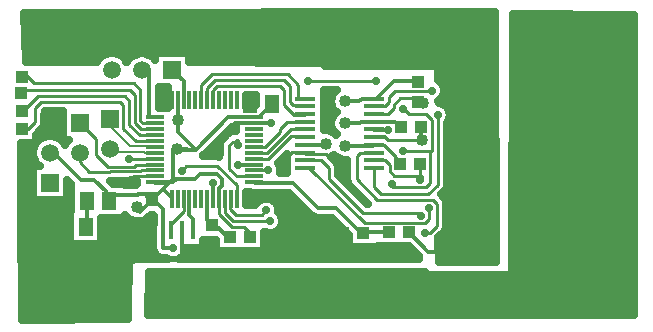
<source format=gtl>
G04 DipTrace 3.0.0.2*
G04 gd32f350withholtekregSHUNT.GTL*
%MOIN*%
G04 #@! TF.FileFunction,Copper,L1,Top*
G04 #@! TF.Part,Single*
G04 #@! TA.AperFunction,Conductor*
%ADD10C,0.009843*%
%ADD14C,0.012992*%
%ADD15C,0.011811*%
%ADD16C,0.007874*%
%ADD17C,0.008661*%
G04 #@! TA.AperFunction,CopperBalancing*
%ADD18C,0.025*%
%ADD19R,0.043307X0.03937*%
%ADD20R,0.03937X0.043307*%
%ADD21R,0.051181X0.059055*%
G04 #@! TA.AperFunction,ComponentPad*
%ADD22R,0.059055X0.059055*%
%ADD23C,0.059055*%
%ADD24R,0.23622X0.137795*%
%ADD27R,1.377953X0.07874*%
%ADD29R,0.03937X0.03937*%
%ADD36R,0.062992X0.070866*%
%ADD40R,0.070866X0.015748*%
%ADD44R,0.011811X0.062992*%
%ADD45R,0.062992X0.011811*%
G04 #@! TA.AperFunction,ViaPad*
%ADD46C,0.027559*%
%ADD48C,0.04*%
%FSLAX26Y26*%
G04*
G70*
G90*
G75*
G01*
G04 Top*
%LPD*%
X1018080Y1140034D2*
D10*
Y1191448D1*
X1053217Y1226584D1*
X1306028D1*
X1341801Y1190811D1*
Y1144795D1*
X1364755D1*
X1193277Y984522D2*
X1229488D1*
X1280575Y1035609D1*
Y1043944D1*
X1303942Y1067311D1*
X1364042D1*
X1364755Y1068024D1*
X1037765Y1140034D2*
Y1181686D1*
X1064098Y1208020D1*
X1292406D1*
X1312541Y1187885D1*
Y1133265D1*
X1322867Y1122938D1*
X1361021D1*
X1364755Y1119205D1*
X1193277Y964837D2*
X1236520D1*
X1316924Y1045241D1*
X1338993D1*
X1336185Y1042433D1*
X1364755D1*
X1057450Y1140034D2*
Y1174681D1*
X1070797Y1188028D1*
X1281186D1*
X1294009Y1175205D1*
Y1124487D1*
X1326974Y1091522D1*
X1362663D1*
X1364755Y1093614D1*
X1193277Y945152D2*
X1241740D1*
X1315866Y1019278D1*
X1362319D1*
X1364755Y1016843D1*
X1593101Y1119205D2*
X1630664D1*
X1644601Y1133142D1*
Y1150886D1*
X1662898Y1169182D1*
X1783743D1*
X1786669Y1172109D1*
X1640909Y1040356D2*
X1591024D1*
X1593101Y1042433D1*
X1765055Y698098D2*
X1779839D1*
X1803933Y722193D1*
Y795143D1*
X1790283Y808793D1*
X1603570D1*
X1536555Y875807D1*
Y953635D1*
X1548084Y965164D1*
X1591419D1*
Y963979D1*
X1593101Y965661D1*
X1593109Y914480D2*
Y849793D1*
X1617181Y825720D1*
X1773060D1*
X1806257Y858917D1*
Y1090806D1*
X1777682Y782192D2*
Y744526D1*
X1763760Y730604D1*
X1562801D1*
X1378924Y914480D1*
X1364755D1*
Y940071D2*
X1417084D1*
X1442906Y914249D1*
Y877530D1*
X1557184Y763252D1*
X1743421D1*
X1751081Y755592D1*
X1754920Y1006399D2*
X1639831D1*
X1627110Y1019119D1*
X1595378D1*
X1593101Y1016843D1*
X1749639Y1050349D2*
D14*
Y1001118D1*
X1754920Y1006399D1*
X1490853Y696448D2*
D10*
Y631177D1*
X1218028D1*
Y629749D1*
X1050207D1*
Y626892D1*
X965327D1*
Y615701D1*
X787587D1*
Y735908D1*
X1050207Y626892D2*
Y605815D1*
X794734D1*
Y601102D1*
X677776D1*
Y686126D1*
X707516Y715866D1*
X686929D1*
Y647622D1*
X606633Y567325D1*
X552350D1*
X478455Y562152D2*
Y605815D1*
X794734D1*
X953622Y706413D2*
D14*
Y626892D1*
X965327D1*
X1490299Y929012D2*
D10*
X1466180D1*
X1433676Y961516D1*
X1368900D1*
X1364755Y965661D1*
X1296155Y941219D2*
X1321965Y967029D1*
X1363387D1*
X1364755Y965661D1*
X1226249Y825550D2*
D14*
X1236360D1*
X1245972Y815937D1*
X862568Y886097D2*
D10*
X795440D1*
X782717Y873374D1*
X1057450Y809325D2*
D14*
Y865014D1*
X1193277Y1063262D2*
D15*
X1251451D1*
X1188789Y1125925D2*
D14*
Y1128171D1*
X1179524D1*
X919655Y1140034D2*
X876572D1*
X1193277Y1063262D2*
D15*
X1155285D1*
D14*
X1129572D1*
X1024900Y958591D1*
X1840178Y635016D2*
X1774462D1*
X1710429Y699049D1*
X1241235Y906437D2*
D10*
X1193932D1*
X1193277Y905782D1*
X1234776Y772543D2*
X1220486Y758253D1*
X1133661D1*
X1114785Y777130D1*
Y807605D1*
X1116505Y809325D1*
X1655445Y859430D2*
Y849358D1*
X1766462D1*
X1781528Y864424D1*
Y970693D1*
X1689486D1*
X1690585Y1112001D2*
X1693328D1*
X1711630Y1093699D1*
X1766377D1*
X1786146Y1073930D1*
Y970693D1*
X1781528D1*
X1643500Y699049D2*
D14*
X1560383D1*
X1557782Y696448D1*
X1550837D1*
X1466440Y780845D1*
X1407891D1*
X1325066Y863671D1*
X1196018D1*
D15*
X1193277Y866412D1*
X1141962Y925319D2*
D14*
X1193425D1*
D15*
X1193277Y925467D1*
X862568Y1043577D2*
D10*
X818604D1*
X797059Y1065122D1*
Y1157399D1*
X779336Y1175122D1*
X418824D1*
Y1164056D1*
D14*
D3*
X862568Y1023892D2*
D10*
X812929D1*
X778891Y1057930D1*
Y1137802D1*
X762814Y1153879D1*
X474852D1*
X417381Y1096408D1*
X415811Y1097978D1*
D14*
X420570Y1102736D1*
X1593101Y1093614D2*
D10*
X1639371D1*
X1659819Y1114062D1*
Y1125154D1*
X1681457Y1146791D1*
X1739513D1*
Y1135366D1*
D14*
X1758272D1*
Y1131895D1*
X712260Y804608D2*
X701165D1*
Y835736D1*
X661529Y875373D1*
X616459D1*
X538180Y953652D1*
X524799D1*
X513787Y964664D1*
X712260Y804608D2*
X731366Y823714D1*
X808795D1*
Y826689D1*
X829391D1*
X851249Y804831D1*
X863362D1*
X890507Y777686D1*
Y646912D1*
X923378D1*
X924353Y645937D1*
X852552Y806706D2*
X851249Y804831D1*
X1193277Y1082948D2*
D15*
X1209104D1*
D14*
X1254327Y1128171D1*
X862568Y866412D2*
D15*
X900560D1*
D14*
X922765D1*
X934210Y877857D1*
X998075D1*
X1012760Y892542D1*
X1070018D1*
X1086535Y876025D1*
Y855105D1*
X1078035Y846605D1*
Y810226D1*
D15*
X1077135Y809325D1*
X922765Y866412D2*
D14*
Y974365D1*
X999723D1*
X1108306Y1082948D1*
X1193277D1*
X862568Y866412D2*
D15*
X865140Y863840D1*
D14*
X909686D1*
X889525Y843678D1*
X873831Y827984D1*
X852552Y806706D1*
X1077135Y809325D2*
D10*
Y761089D1*
X1120903Y717322D1*
X1161839D1*
X1180709Y698451D1*
Y683102D1*
X937026Y978398D2*
D14*
X948756D1*
X999723Y974365D1*
X900560Y866412D2*
X915503D1*
X924732Y875642D1*
X934210D1*
Y877857D1*
X873831Y827984D2*
X831274D1*
X852552Y806706D1*
X802430Y783430D2*
X813854D1*
Y768008D1*
X852552Y806706D1*
X939340Y1140034D2*
D15*
Y1102042D1*
D14*
Y1073747D1*
Y1034748D1*
X999723Y974365D1*
X919655Y809325D2*
D15*
Y813549D1*
D14*
X889525Y843678D1*
X1748236Y926035D2*
D10*
Y874085D1*
X1754098D1*
Y887916D1*
X1661987D1*
X1646287Y903615D1*
Y923803D1*
X1630020Y940071D1*
X1593101D1*
X1432711Y994244D2*
D14*
Y992293D1*
X1365796D1*
X1364755Y991252D1*
X959025Y1140034D2*
D15*
Y1203264D1*
D14*
X938912Y1223377D1*
Y1221966D1*
X920507Y1240371D1*
X1600499Y1204836D2*
D10*
X1373262D1*
X1141660Y989499D2*
Y1007427D1*
X1134009D1*
Y1002266D1*
X1124888D1*
X1111698Y989076D1*
Y910760D1*
X1136361Y886097D1*
X1193277D1*
X1248131Y736915D2*
Y738016D1*
X1125234D1*
X1098335Y764915D1*
Y809325D1*
X1096820D1*
X862568Y1082948D2*
D15*
X843167D1*
D14*
Y1230180D1*
X810315D1*
X820507Y1240371D1*
X1054626Y723416D2*
Y727825D1*
X1064243D1*
X1054626Y723416D2*
X1037765Y740277D1*
Y809325D1*
X1113780Y683102D2*
X1105773D1*
X1065459Y723416D1*
X1054626D1*
X637457Y804608D2*
Y720610D1*
X632713Y715866D1*
X862568Y945152D2*
D10*
X824576D1*
Y943739D1*
X776927D1*
X862568Y984522D2*
D16*
Y986509D1*
X782038D1*
X713038Y1055509D1*
Y1078318D1*
X862568Y925467D2*
D17*
X801213D1*
X794112Y918366D1*
X706702D1*
X668332Y956736D1*
Y1009539D1*
X613150Y1064722D1*
Y964722D2*
Y933598D1*
X645037Y901711D1*
X714774D1*
X714108Y902377D1*
X814601D1*
X819609Y907385D1*
X860966D1*
X862568Y905782D1*
X420004Y1218031D2*
D10*
Y1227999D1*
X429017D1*
X460651Y1196365D1*
X792319D1*
X815227Y1173457D1*
Y1071594D1*
X823559Y1063262D1*
X862568D1*
Y964837D2*
D16*
X831814D1*
X828343Y968308D1*
X723047D1*
X713038Y978318D1*
X916104Y706421D2*
D10*
Y727665D1*
X960709Y772270D1*
Y807642D1*
X959025Y809325D1*
X419594Y1043680D2*
X439764D1*
X463007Y1066923D1*
Y1114890D1*
X483113Y1134996D1*
X747471D1*
X758520Y1123948D1*
Y1045140D1*
X799453Y1004207D1*
X824576D1*
X862568D1*
X419594Y1043680D2*
D14*
D3*
X1136190Y809325D2*
D10*
Y856593D1*
X1071123Y921660D1*
X968656D1*
X952669Y905673D1*
X991123Y706413D2*
D15*
Y744881D1*
D14*
X978710Y757294D1*
Y809325D1*
X1498255Y1135843D2*
X1545018D1*
X1553971Y1144795D1*
X1593101D1*
X1600900D1*
X1659864Y1203759D1*
X1738050D1*
X1739513Y1202295D1*
X1497965Y1063273D2*
X1546938D1*
X1551689Y1068024D1*
X1593101D1*
X1665035D1*
X1682710Y1050349D1*
X1497014Y987798D2*
X1589647D1*
X1593101Y991252D1*
D10*
X1628400D1*
X1668744Y950908D1*
Y938598D1*
X1681307Y926035D1*
D46*
X1786669Y1172109D3*
X1640909Y1040356D3*
X1765055Y698098D3*
X1806257Y1090806D3*
X1777682Y782192D3*
X1751081Y755592D3*
D48*
X1754920Y1006399D3*
D3*
X1050207Y629749D3*
X1490299Y929012D3*
D46*
X1296155Y941219D3*
D48*
X1226249Y825550D3*
D46*
X782717Y873374D3*
X1057450Y865014D3*
X1251451Y1063262D3*
D48*
X1188789Y1125925D3*
D46*
X876572Y1140034D3*
X1024900Y958591D3*
X1241235Y906437D3*
X1234776Y772543D3*
X1655445Y859430D3*
X1689486Y970693D3*
X1690585Y1112001D3*
X1141962Y925319D3*
D48*
X1758272Y1131895D3*
D46*
X924353Y645937D3*
D48*
X937026Y978398D3*
X802430Y783430D3*
X939340Y1073747D3*
D46*
X1748236Y874085D3*
D48*
X1432711Y994244D3*
D46*
X1600499Y1204836D3*
X1373262D3*
X1141660Y989499D3*
X1248131Y736915D3*
X776927Y943739D3*
X952669Y905673D3*
D48*
X1498255Y1135843D3*
X1497965Y1063273D3*
X1497014Y987798D3*
D46*
X1861046Y602117D3*
D48*
X949594Y549705D3*
X949122Y498780D3*
X949115Y444844D3*
X1004563Y445552D3*
X1068996Y447052D3*
X1138715D3*
X1200119Y446867D3*
X1264818Y444081D3*
X1326591Y460202D3*
X1385139Y461631D3*
X1439403D3*
X1493668D3*
X1546504Y464487D3*
X1603625Y461631D3*
X1665029Y463059D3*
X1723577Y458774D3*
X478455Y562152D3*
X557983Y451773D3*
X748039Y507180D3*
Y449020D3*
X683757Y452080D3*
X686056Y511003D3*
X683757Y559218D3*
X740505Y559428D3*
X552350Y567325D3*
X613353Y568402D3*
X610291Y513302D3*
X613353Y458203D3*
X2441005Y1091432D3*
X2397272Y1092125D3*
X2358695Y1090083D3*
X2316905Y1091248D3*
X2268863Y1089489D3*
X2222407Y1088768D3*
X2189669Y732732D3*
X2238913Y733042D3*
X2291669Y733226D3*
X2338386Y763777D3*
X2387799Y761232D3*
X2435374Y766671D3*
X780328Y1389672D3*
X830328D3*
X883696D3*
X930328D3*
X980328D3*
X1030328D3*
X1080328D3*
X1130328D3*
X1180328D3*
X1230328D3*
X1280328D3*
X1330328D3*
X1430328D3*
X1380328D3*
X1480328D3*
X1530328D3*
X1580328D3*
X1630328D3*
X1730328D3*
X1680328D3*
D46*
X1904702Y603134D3*
X1947367Y602398D3*
X1819703Y602678D3*
D48*
X2350491Y712621D3*
X2390215Y714711D3*
X1869961Y1308970D3*
X1919961Y1307241D3*
X1971689D3*
X1978600Y1260697D3*
X1930328Y1217500D3*
X1880328D3*
Y967500D3*
X1930328D3*
X1980328D3*
Y917500D3*
X1930328D3*
X1880328D3*
X1879160Y633273D3*
X1922816Y635471D3*
X1964301Y638276D3*
X1840178Y635016D3*
X2436211Y714711D3*
X488593Y1394663D3*
X552875Y1391601D3*
X614096D3*
X607974Y1333442D3*
X1923168Y1014196D3*
X1870612D3*
X1876873Y1264262D3*
X1927657Y1262534D3*
X552875Y1330381D3*
X482471D3*
X869999Y548573D3*
X871427Y499549D3*
X871420Y441812D3*
X2060839Y1402014D2*
D18*
X2457157D1*
X2060741Y1377146D2*
X2457157D1*
X2060644Y1352277D2*
X2457157D1*
X2060595Y1327408D2*
X2457157D1*
X2060497Y1302539D2*
X2457157D1*
X2060448Y1277671D2*
X2457157D1*
X2060351Y1252802D2*
X2457157D1*
X2060253Y1227933D2*
X2457157D1*
X2060204Y1203064D2*
X2457157D1*
X2060106Y1178196D2*
X2457157D1*
X2060058Y1153327D2*
X2457157D1*
X2059960Y1128458D2*
X2457157D1*
X2059862Y1103589D2*
X2457157D1*
X2059813Y1078720D2*
X2457157D1*
X2059716Y1053852D2*
X2457157D1*
X2059667Y1028983D2*
X2457157D1*
X2059569Y1004114D2*
X2457157D1*
X2059472Y979245D2*
X2457157D1*
X2059423Y954377D2*
X2457157D1*
X2059325Y929508D2*
X2457157D1*
X2059276Y904639D2*
X2457157D1*
X2059179Y879770D2*
X2457157D1*
X2059081Y854902D2*
X2457157D1*
X2059032Y830033D2*
X2457157D1*
X2058935Y805164D2*
X2457157D1*
X2058886Y780295D2*
X2457157D1*
X2058788Y755427D2*
X2457157D1*
X2058690Y730558D2*
X2457157D1*
X2058642Y705689D2*
X2457157D1*
X2058544Y680820D2*
X2457157D1*
X2058495Y655951D2*
X2457157D1*
X2058397Y631083D2*
X2457157D1*
X2058300Y606214D2*
X2457157D1*
X2058251Y581345D2*
X2457157D1*
X845312Y556476D2*
X2457157D1*
X845116Y531608D2*
X2457157D1*
X844921Y506739D2*
X2457157D1*
X844726Y481870D2*
X2457157D1*
X844530Y457001D2*
X2457157D1*
X844335Y432133D2*
X2457157D1*
X2459645Y1425072D2*
X2058379Y1426828D1*
X2055542Y568741D1*
X2054322Y565025D1*
X2052013Y561868D1*
X2048842Y559579D1*
X2045119Y558383D1*
X2018202Y558235D1*
X1772781Y558389D1*
X1769061Y559597D1*
X1765897Y561896D1*
X1763599Y565060D1*
X1762830Y566958D1*
X842865Y566247D1*
X841760Y422550D1*
X2459651Y424567D1*
Y1425104D1*
X423069Y609287D2*
X774172D1*
X422971Y584418D2*
X773928D1*
X422824Y559550D2*
X773733D1*
X422678Y534681D2*
X773537D1*
X422580Y509812D2*
X773342D1*
X422434Y484943D2*
X773147D1*
X422287Y460075D2*
X772951D1*
X422190Y435206D2*
X772707D1*
X422043Y410337D2*
X677981D1*
X775033Y411788D2*
X776852Y634143D1*
X420704Y634092D1*
X419535Y406214D1*
X775037Y411833D1*
X429259Y1409634D2*
X1994083D1*
X430333Y1384765D2*
X1994181D1*
X431456Y1359896D2*
X1994230D1*
X432579Y1335028D2*
X1994327D1*
X433702Y1310159D2*
X1994425D1*
X434776Y1285290D2*
X684513D1*
X756505D2*
X784513D1*
X979015D2*
X1994474D1*
X1435362Y1260421D2*
X1994571D1*
X1810606Y1235552D2*
X1994669D1*
X1810655Y1210684D2*
X1994718D1*
X1827013Y1185815D2*
X1994815D1*
X1827843Y1160946D2*
X1994864D1*
X1810753Y1136077D2*
X1994962D1*
X1843468Y1111209D2*
X1995060D1*
X1848790Y1086340D2*
X1995108D1*
X1840148Y1061471D2*
X1995206D1*
X1840148Y1036602D2*
X1995304D1*
X1840148Y1011734D2*
X1995353D1*
X1840148Y986865D2*
X1995450D1*
X1840148Y961996D2*
X1995499D1*
X1840148Y937127D2*
X1995597D1*
X1840148Y912259D2*
X1995694D1*
X1840148Y887390D2*
X1995743D1*
X1840148Y862521D2*
X1995841D1*
X1831847Y837652D2*
X1995939D1*
X1832433Y812783D2*
X1995987D1*
X1837853Y787915D2*
X1996085D1*
X1837853Y763046D2*
X1996183D1*
X1837853Y738177D2*
X1996231D1*
X1836534Y713308D2*
X1996329D1*
X1817101Y688440D2*
X1996378D1*
X1811437Y663571D2*
X1996476D1*
X1811437Y638702D2*
X1996573D1*
X1811485Y613833D2*
X1996622D1*
X876987Y1296391D2*
X976526D1*
Y1268705D1*
X1420103Y1265338D1*
X1423899Y1264396D1*
X1427218Y1262327D1*
X1429735Y1259334D1*
X1431204Y1255710D1*
X1431513Y1253282D1*
X1797543Y1253143D1*
X1801263Y1251934D1*
X1804427Y1249635D1*
X1806726Y1246472D1*
X1807934Y1242752D1*
X1808124Y1215815D1*
X1808138Y1206195D1*
X1812824Y1202732D1*
X1817292Y1198263D1*
X1821007Y1193151D1*
X1823875Y1187520D1*
X1825828Y1181510D1*
X1826817Y1175269D1*
Y1168949D1*
X1825828Y1162708D1*
X1823875Y1156698D1*
X1821007Y1151067D1*
X1817292Y1145955D1*
X1812824Y1141486D1*
X1808214Y1138108D1*
X1809417Y1130953D1*
X1815658Y1129965D1*
X1821669Y1128012D1*
X1827299Y1125143D1*
X1832412Y1121429D1*
X1836880Y1116960D1*
X1840594Y1111848D1*
X1843463Y1106217D1*
X1845416Y1100207D1*
X1846405Y1093965D1*
Y1087646D1*
X1845416Y1081405D1*
X1843463Y1075394D1*
X1840594Y1069764D1*
X1837652Y1065631D1*
X1837574Y856453D1*
X1836133Y849210D1*
X1833042Y842504D1*
X1828470Y836705D1*
X1828222Y836476D1*
X1817594Y825829D1*
X1827820Y815544D1*
X1831923Y809404D1*
X1834479Y802476D1*
X1835346Y795143D1*
X1835333Y794806D1*
X1835250Y719728D1*
X1833809Y712486D1*
X1830717Y705779D1*
X1826146Y699980D1*
X1825898Y699751D1*
X1808848Y682682D1*
X1809112Y601145D1*
X1999195Y599758D1*
X1996490Y1434483D1*
X425740Y1431993D1*
X433119Y1266937D1*
X671840Y1268035D1*
X675186Y1273299D1*
X680895Y1279983D1*
X687579Y1285692D1*
X695074Y1290285D1*
X703196Y1293649D1*
X711743Y1295701D1*
X720507Y1296391D1*
X729270Y1295701D1*
X737818Y1293649D1*
X745939Y1290285D1*
X753434Y1285692D1*
X760118Y1279983D1*
X765827Y1273299D1*
X768918Y1268487D1*
X772034Y1268501D1*
X777909Y1276753D1*
X784125Y1282969D1*
X791236Y1288136D1*
X799069Y1292127D1*
X807429Y1294843D1*
X816111Y1296218D1*
X824902D1*
X833584Y1294843D1*
X841944Y1292127D1*
X849777Y1288136D1*
X856888Y1282969D1*
X863104Y1276753D1*
X864498Y1274986D1*
X864487Y1296391D1*
X876987D1*
X878647Y1162839D2*
X904457D1*
X1429184D2*
X1457924D1*
X878647Y1137970D2*
X904457D1*
X1171078D2*
X1199721D1*
X1429184D2*
X1449330D1*
X1429184Y1113101D2*
X1455190D1*
X496908Y1088232D2*
X554653D1*
X1429184D2*
X1456264D1*
X496713Y1063364D2*
X554653D1*
X1429184D2*
X1448989D1*
X481479Y1038495D2*
X554653D1*
X1112973D2*
X1126967D1*
X468295Y1013626D2*
X484058D1*
X418979Y988757D2*
X460707D1*
X1063266D2*
X1077797D1*
X419076Y963888D2*
X455287D1*
X1038364D2*
X1077797D1*
X419174Y939020D2*
X461489D1*
X1282504D2*
X1300350D1*
X1465024D2*
X1502651D1*
X419272Y914151D2*
X455287D1*
X1283237D2*
X1300357D1*
X1476791D2*
X1502651D1*
X419418Y889282D2*
X455287D1*
X1478061D2*
X1502651D1*
X419516Y864413D2*
X455287D1*
X721615D2*
X802065D1*
X419614Y839545D2*
X455287D1*
X419711Y814676D2*
X455287D1*
X1171078D2*
X1324916D1*
X419809Y789807D2*
X582875D1*
X1171078D2*
X1195912D1*
X1273666D2*
X1349819D1*
X419955Y764938D2*
X578139D1*
X1279574D2*
X1374672D1*
X420053Y740070D2*
X578139D1*
X687289D2*
X783168D1*
X833871D2*
X855043D1*
X1290756D2*
X1458071D1*
X420151Y715201D2*
X578139D1*
X687289D2*
X855043D1*
X1284555D2*
X1482973D1*
X420248Y690332D2*
X578139D1*
X687289D2*
X855043D1*
X1231332D2*
X1507143D1*
X420346Y665463D2*
X578139D1*
X687289D2*
X855043D1*
X1026010D2*
X1063149D1*
X1231332D2*
X1507143D1*
X420444Y640594D2*
X855629D1*
X966781D2*
X1063149D1*
X1231332D2*
X1719740D1*
X420590Y615726D2*
X877309D1*
X953500D2*
X1740541D1*
X689539Y748635D2*
X684803Y748588D1*
X684795Y659846D1*
X580630D1*
Y771886D1*
X585366D1*
X585374Y859828D1*
X569828Y875352D1*
X569807Y808644D1*
X457768D1*
Y920684D1*
X479106D1*
X474176Y925052D1*
X468467Y931736D1*
X463873Y939232D1*
X460510Y947353D1*
X458457Y955901D1*
X457768Y964664D1*
X458457Y973427D1*
X460510Y981975D1*
X463873Y990096D1*
X468467Y997592D1*
X474176Y1004276D1*
X480860Y1009985D1*
X488355Y1014578D1*
X496476Y1017942D1*
X505024Y1019994D1*
X513787Y1020684D1*
X522551Y1019994D1*
X531098Y1017942D1*
X539220Y1014578D1*
X546715Y1009985D1*
X553399Y1004276D1*
X559108Y997592D1*
X563441Y990561D1*
X567829Y997649D1*
X573538Y1004334D1*
X578508Y1008692D1*
X557130Y1008702D1*
Y1103575D1*
X496153Y1103583D1*
X494420Y1089890D1*
X494323Y1064458D1*
X492883Y1057215D1*
X489791Y1050509D1*
X485219Y1044710D1*
X484972Y1044481D1*
X465781Y1025271D1*
X465772Y997503D1*
X416407D1*
X418118Y605259D1*
X765588Y609471D1*
X906070Y610055D1*
X899954Y613930D1*
X887918Y614026D1*
X880313Y615538D1*
X873270Y618785D1*
X867180Y623586D1*
X862379Y629676D1*
X859133Y636718D1*
X857620Y644324D1*
X857518Y758582D1*
X849362Y756863D1*
X835278Y742923D1*
X828831Y738615D1*
X821555Y735931D1*
X813854Y735020D1*
X806153Y735931D1*
X802430Y736938D1*
X795157Y737511D1*
X788064Y739214D1*
X781323Y742006D1*
X775103Y745818D1*
X769556Y750556D1*
X764350Y756803D1*
X764343Y748588D1*
X684802D1*
X722921Y860627D2*
X764343D1*
Y856672D1*
X795090Y856696D1*
X800695Y858667D1*
X804027Y859318D1*
X804580Y871563D1*
X719626Y871273D1*
X712675Y870888D1*
X722936Y860618D1*
X719596Y871268D1*
X714774Y870888D1*
X1202244Y1122688D2*
Y1156672D1*
X1168540Y1156614D1*
X1168588Y1115942D1*
X1195370Y1115853D1*
X1426680Y1173448D2*
Y1040324D1*
X1432711Y1040736D1*
X1439984Y1040164D1*
X1447078Y1038461D1*
X1453818Y1035669D1*
X1460039Y1031857D1*
X1465586Y1027119D1*
X1468197Y1024270D1*
X1470363Y1025862D1*
X1465090Y1030398D1*
X1460352Y1035946D1*
X1456540Y1042166D1*
X1453748Y1048906D1*
X1452045Y1056000D1*
X1451472Y1063273D1*
X1452045Y1070546D1*
X1453748Y1077640D1*
X1456540Y1084380D1*
X1460352Y1090600D1*
X1465090Y1096148D1*
X1469081Y1099659D1*
X1462902Y1105648D1*
X1458614Y1111550D1*
X1455301Y1118051D1*
X1453047Y1124989D1*
X1451906Y1132195D1*
Y1139490D1*
X1453047Y1146696D1*
X1455301Y1153634D1*
X1458614Y1160135D1*
X1462902Y1166037D1*
X1468060Y1171195D1*
X1470894Y1173429D1*
X1426719Y1173423D1*
X1302874Y905705D2*
X1302724Y961710D1*
X1272651Y931637D1*
X1277117Y924720D1*
X1279536Y918882D1*
X1281011Y912737D1*
X1281507Y906437D1*
X1281011Y900137D1*
X1280283Y896643D1*
X1302805Y896659D1*
X1302830Y961808D1*
X906946Y1184352D2*
X876103D1*
X876156Y1115385D1*
X906973Y1115345D1*
X906942Y1184341D1*
X1691646Y652890D2*
X1605952Y652871D1*
X1605928Y650270D1*
X1509637D1*
Y691042D1*
X1452761Y747872D1*
X1405303Y747959D1*
X1397697Y749472D1*
X1390655Y752718D1*
X1384565Y757519D1*
X1384338Y757764D1*
X1311403Y830681D1*
X1193430Y830784D1*
X1185824Y832297D1*
X1181621Y834011D1*
X1168599Y834014D1*
X1168588Y789628D1*
X1198359Y789667D1*
X1202195Y796214D1*
X1206299Y801020D1*
X1211105Y805124D1*
X1216493Y808426D1*
X1222331Y810844D1*
X1228476Y812319D1*
X1234776Y812815D1*
X1241075Y812319D1*
X1247220Y810844D1*
X1253059Y808426D1*
X1258447Y805124D1*
X1263252Y801020D1*
X1267356Y796214D1*
X1270658Y790826D1*
X1273076Y784988D1*
X1274551Y778843D1*
X1275047Y772543D1*
X1274666Y767212D1*
X1278754Y763069D1*
X1282468Y757957D1*
X1285337Y752326D1*
X1287290Y746316D1*
X1288279Y740074D1*
Y733755D1*
X1287290Y727513D1*
X1285337Y721503D1*
X1282468Y715873D1*
X1278754Y710760D1*
X1274286Y706292D1*
X1269173Y702577D1*
X1263543Y699709D1*
X1257532Y697756D1*
X1251291Y696767D1*
X1244972D1*
X1238730Y697756D1*
X1232720Y699709D1*
X1228846Y701594D1*
X1228855Y636925D1*
X1065634D1*
Y675255D1*
X1023508Y675270D1*
X1023521Y648425D1*
X964586D1*
X964129Y639637D1*
X962654Y633492D1*
X960235Y627654D1*
X956933Y622266D1*
X952829Y617461D1*
X948024Y613357D1*
X942445Y609967D1*
X1743060Y612271D1*
X1743048Y619840D1*
X1709945Y652880D1*
X1662284Y652920D1*
X1135289Y1038809D2*
Y1049998D1*
X1121939Y1049959D1*
X1025065Y953054D1*
X1073588Y952977D1*
X1078837Y952098D1*
X1080285Y960760D1*
X1080382Y991541D1*
X1081822Y998783D1*
X1084914Y1005490D1*
X1089485Y1011289D1*
X1089733Y1011518D1*
X1104487Y1026153D1*
X1110627Y1030256D1*
X1115545Y1032841D1*
X1121988Y1036449D1*
X1129095Y1038453D1*
X1135304Y1038840D1*
X1573312Y794625D2*
X1512668Y855406D1*
X1508565Y861546D1*
X1506010Y868474D1*
X1505142Y875807D1*
X1505155Y876144D1*
X1505142Y942067D1*
X1497014Y941306D1*
X1489741Y941878D1*
X1482648Y943581D1*
X1475907Y946373D1*
X1469687Y950185D1*
X1464140Y954923D1*
X1461529Y957772D1*
X1453818Y952819D1*
X1450329Y951227D1*
X1466792Y934651D1*
X1470895Y928511D1*
X1473451Y921583D1*
X1474319Y914249D1*
X1474306Y913912D1*
X1474319Y890568D1*
X1570183Y794678D1*
D20*
X852552Y806706D3*
Y739777D3*
D21*
X1254327Y1128171D3*
X1179524D3*
D20*
X1054626Y723416D3*
Y656487D3*
X1739513Y1202295D3*
Y1135366D3*
D19*
X1682710Y1050349D3*
X1749639D3*
X1681307Y926035D3*
X1748236D3*
D21*
X637457Y804608D3*
X712260D3*
D22*
X920507Y1240371D3*
D23*
X820507D3*
X720507D3*
D22*
X713038Y1078318D3*
D23*
Y978318D3*
D22*
X513787Y864664D3*
D23*
Y964664D3*
Y1064664D3*
D22*
X613150Y1064722D3*
D23*
Y964722D3*
D24*
X538933Y1376862D3*
X542736Y485028D3*
D27*
X1687542Y522163D3*
D29*
X420004Y1218031D3*
X418824Y1164056D3*
X420570Y1102736D3*
X419594Y1043680D3*
D21*
X632713Y715866D3*
X707516D3*
D36*
X1969543Y1373562D3*
X2079780D3*
D19*
X1180709Y683102D3*
X1113780D3*
X1643500Y699049D3*
X1710429D3*
X1490853Y696448D3*
X1557782D3*
D36*
X1969543Y1269180D3*
X2079780D3*
X1969543Y1168164D3*
X2079780D3*
X1972911Y1067150D3*
X2083147D3*
X1969543Y969501D3*
X2079780D3*
X1966176Y868487D3*
X2076412D3*
X1972911Y757370D3*
X2083147D3*
X1969543Y659722D3*
X2079780D3*
D40*
X1364755Y1144795D3*
Y1119205D3*
Y1093614D3*
Y1068024D3*
Y1042433D3*
Y1016843D3*
Y991252D3*
Y965661D3*
Y940071D3*
Y914480D3*
X1593109D3*
X1593101Y940071D3*
Y965661D3*
Y991252D3*
Y1016843D3*
Y1042433D3*
Y1068024D3*
Y1093614D3*
Y1119205D3*
Y1144795D3*
D44*
X919655Y809325D3*
X939340D3*
X959025D3*
X978710D3*
X998395D3*
X1018080D3*
X1037765D3*
X1057450D3*
X1077135D3*
X1096820D3*
X1116505D3*
X1136190D3*
D45*
X1193277Y866412D3*
Y886097D3*
Y905782D3*
Y925467D3*
Y945152D3*
Y964837D3*
Y984522D3*
Y1004207D3*
Y1023892D3*
Y1043577D3*
Y1063262D3*
Y1082948D3*
D44*
X1136190Y1140034D3*
X1116505D3*
X1096820D3*
X1077135D3*
X1057450D3*
X1037765D3*
X1018080D3*
X998395D3*
X978710D3*
X959025D3*
X939340D3*
X919655D3*
D45*
X862568Y1082948D3*
Y1063262D3*
Y1043577D3*
Y1023892D3*
Y1004207D3*
Y984522D3*
Y964837D3*
Y945152D3*
Y925467D3*
Y905782D3*
Y886097D3*
Y866412D3*
D44*
X916104Y706421D3*
X953622Y706413D3*
X991123D3*
M02*

</source>
